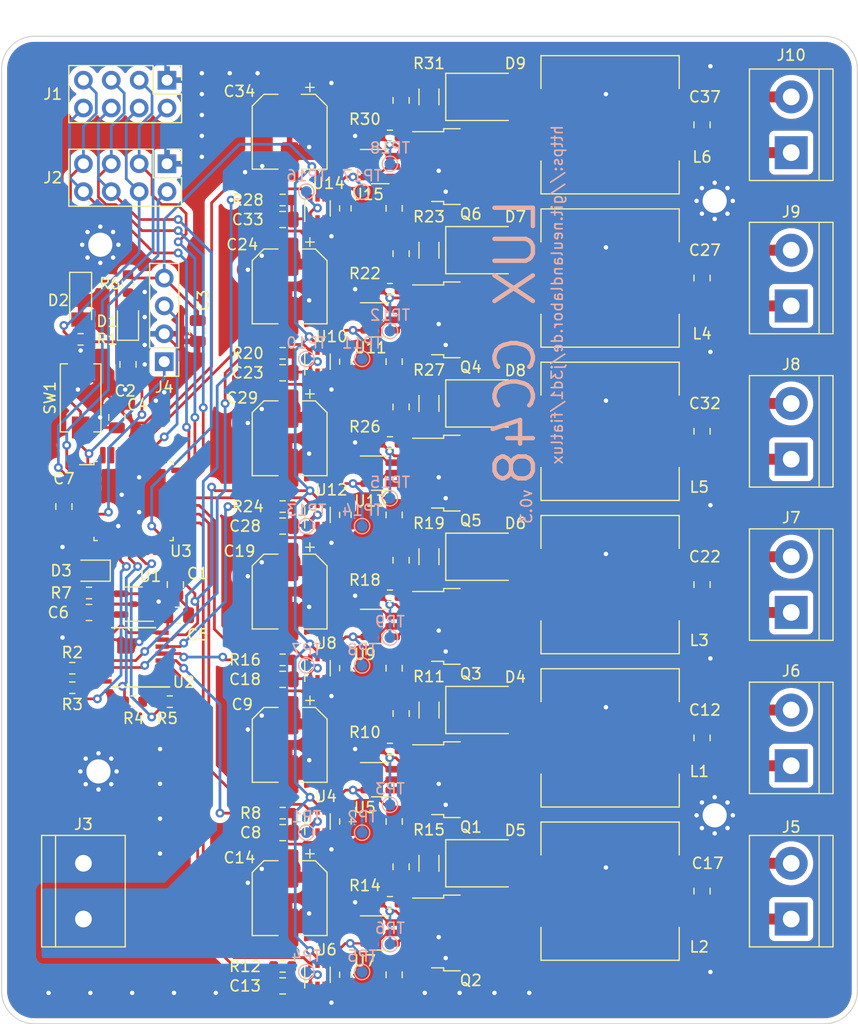
<source format=kicad_pcb>
(kicad_pcb (version 20211014) (generator pcbnew)

  (general
    (thickness 1.6)
  )

  (paper "A4")
  (layers
    (0 "F.Cu" signal)
    (31 "B.Cu" signal)
    (32 "B.Adhes" user "B.Adhesive")
    (33 "F.Adhes" user "F.Adhesive")
    (34 "B.Paste" user)
    (35 "F.Paste" user)
    (36 "B.SilkS" user "B.Silkscreen")
    (37 "F.SilkS" user "F.Silkscreen")
    (38 "B.Mask" user)
    (39 "F.Mask" user)
    (40 "Dwgs.User" user "User.Drawings")
    (41 "Cmts.User" user "User.Comments")
    (42 "Eco1.User" user "User.Eco1")
    (43 "Eco2.User" user "User.Eco2")
    (44 "Edge.Cuts" user)
    (45 "Margin" user)
    (46 "B.CrtYd" user "B.Courtyard")
    (47 "F.CrtYd" user "F.Courtyard")
    (48 "B.Fab" user)
    (49 "F.Fab" user)
    (50 "User.1" user "Nutzer.1")
    (51 "User.2" user "Nutzer.2")
    (52 "User.3" user "Nutzer.3")
    (53 "User.4" user "Nutzer.4")
    (54 "User.5" user "Nutzer.5")
    (55 "User.6" user "Nutzer.6")
    (56 "User.7" user "Nutzer.7")
    (57 "User.8" user "Nutzer.8")
    (58 "User.9" user "Nutzer.9")
  )

  (setup
    (stackup
      (layer "F.SilkS" (type "Top Silk Screen"))
      (layer "F.Paste" (type "Top Solder Paste"))
      (layer "F.Mask" (type "Top Solder Mask") (thickness 0.01))
      (layer "F.Cu" (type "copper") (thickness 0.035))
      (layer "dielectric 1" (type "core") (thickness 1.51) (material "FR4") (epsilon_r 4.5) (loss_tangent 0.02))
      (layer "B.Cu" (type "copper") (thickness 0.035))
      (layer "B.Mask" (type "Bottom Solder Mask") (thickness 0.01))
      (layer "B.Paste" (type "Bottom Solder Paste"))
      (layer "B.SilkS" (type "Bottom Silk Screen"))
      (copper_finish "None")
      (dielectric_constraints no)
    )
    (pad_to_mask_clearance 0)
    (grid_origin 167.894 27.686)
    (pcbplotparams
      (layerselection 0x00010fc_ffffffff)
      (disableapertmacros false)
      (usegerberextensions false)
      (usegerberattributes true)
      (usegerberadvancedattributes true)
      (creategerberjobfile true)
      (svguseinch false)
      (svgprecision 6)
      (excludeedgelayer true)
      (plotframeref false)
      (viasonmask false)
      (mode 1)
      (useauxorigin false)
      (hpglpennumber 1)
      (hpglpenspeed 20)
      (hpglpendiameter 15.000000)
      (dxfpolygonmode true)
      (dxfimperialunits true)
      (dxfusepcbnewfont true)
      (psnegative false)
      (psa4output false)
      (plotreference true)
      (plotvalue true)
      (plotinvisibletext false)
      (sketchpadsonfab false)
      (subtractmaskfromsilk false)
      (outputformat 1)
      (mirror false)
      (drillshape 1)
      (scaleselection 1)
      (outputdirectory "")
    )
  )

  (net 0 "")
  (net 1 "+3V3")
  (net 2 "GND")
  (net 3 "~{BUSRST}")
  (net 4 "Net-(C5-Pad1)")
  (net 5 "Net-(C7-Pad1)")
  (net 6 "/fiatlux_cc48_channel_driver2/DRI_DIM")
  (net 7 "+48V")
  (net 8 "/fiatlux_cc48_channel_driver2/DRI_VCC")
  (net 9 "/fiatlux_cc48_channel_driver2/DRI_COM")
  (net 10 "/fiatlux_cc48_channel_driver2/OUT+")
  (net 11 "/fiatlux_cc48_channel_driver2/OUT-")
  (net 12 "/fiatlux_cc48_channel_driver1/DRI_DIM")
  (net 13 "/fiatlux_cc48_channel_driver1/DRI_VCC")
  (net 14 "/fiatlux_cc48_channel_driver1/DRI_COM")
  (net 15 "/fiatlux_cc48_channel_driver1/OUT+")
  (net 16 "/fiatlux_cc48_channel_driver1/OUT-")
  (net 17 "/fiatlux_cc48_channel_driver3/DRI_DIM")
  (net 18 "/fiatlux_cc48_channel_driver3/DRI_VCC")
  (net 19 "/fiatlux_cc48_channel_driver3/DRI_COM")
  (net 20 "/fiatlux_cc48_channel_driver3/OUT+")
  (net 21 "/fiatlux_cc48_channel_driver3/OUT-")
  (net 22 "/fiatlux_cc48_channel_driver5/DRI_DIM")
  (net 23 "/fiatlux_cc48_channel_driver5/DRI_VCC")
  (net 24 "/fiatlux_cc48_channel_driver5/DRI_COM")
  (net 25 "/fiatlux_cc48_channel_driver5/OUT+")
  (net 26 "/fiatlux_cc48_channel_driver5/OUT-")
  (net 27 "Net-(D1-Pad2)")
  (net 28 "ACT_LED")
  (net 29 "Net-(D3-Pad2)")
  (net 30 "/fiatlux_cc48_channel_driver4/DRI_DIM")
  (net 31 "/fiatlux_cc48_channel_driver4/DRI_VCC")
  (net 32 "/fiatlux_cc48_channel_driver4/DRI_COM")
  (net 33 "/fiatlux_cc48_channel_driver4/OUT+")
  (net 34 "/fiatlux_cc48_channel_driver4/OUT-")
  (net 35 "SWIM")
  (net 36 "/fiatlux_cc48_channel_driver6/DRI_DIM")
  (net 37 "/fiatlux_cc48_channel_driver6/DRI_VCC")
  (net 38 "/fiatlux_cc48_channel_driver6/DRI_COM")
  (net 39 "/fiatlux_cc48_channel_driver6/OUT+")
  (net 40 "/fiatlux_cc48_channel_driver6/OUT-")
  (net 41 "/fiatlux_cc48_channel_driver2/DRI_SOURCE")
  (net 42 "/fiatlux_cc48_channel_driver1/DRI_SOURCE")
  (net 43 "/fiatlux_cc48_channel_driver3/DRI_SOURCE")
  (net 44 "DAC_SYNC")
  (net 45 "Net-(R2-Pad2)")
  (net 46 "SCLK")
  (net 47 "Net-(R3-Pad2)")
  (net 48 "MOSI")
  (net 49 "Net-(R4-Pad2)")
  (net 50 "MISO")
  (net 51 "Net-(R5-Pad2)")
  (net 52 "CH2_DIM")
  (net 53 "Net-(R9-Pad1)")
  (net 54 "CH1_DIM")
  (net 55 "CH3_DIM")
  (net 56 "CH5_DIM")
  (net 57 "CH4_DIM")
  (net 58 "Net-(R21-Pad1)")
  (net 59 "CH6_DIM")
  (net 60 "unconnected-(U1-Pad1)")
  (net 61 "unconnected-(U2-Pad11)")
  (net 62 "unconnected-(U2-Pad12)")
  (net 63 "INIT_{IN}")
  (net 64 "~{INT}")
  (net 65 "INIT_{OUT}")
  (net 66 "unconnected-(U3-Pad9)")
  (net 67 "SW_SCLK")
  (net 68 "SW_MOSI")
  (net 69 "SW_MISO")
  (net 70 "unconnected-(U3-Pad17)")
  (net 71 "CH1_PWM")
  (net 72 "CH2_PWM")
  (net 73 "CH3_PWM")
  (net 74 "CH4_PWM")
  (net 75 "unconnected-(U3-Pad25)")
  (net 76 "unconnected-(U3-Pad27)")
  (net 77 "CH6_PWM")
  (net 78 "CH5_PWM")
  (net 79 "unconnected-(U3-Pad32)")
  (net 80 "/fiatlux_cc48_channel_driver5/DRI_SOURCE")
  (net 81 "/fiatlux_cc48_channel_driver4/DRI_SOURCE")
  (net 82 "/fiatlux_cc48_channel_driver6/DRI_SOURCE")
  (net 83 "/fiatlux_cc48_channel_driver2/DRI_GATE")
  (net 84 "/fiatlux_cc48_channel_driver1/DRI_GATE")
  (net 85 "/fiatlux_cc48_channel_driver3/DRI_GATE")
  (net 86 "/fiatlux_cc48_channel_driver5/DRI_GATE")
  (net 87 "/fiatlux_cc48_channel_driver4/DRI_GATE")
  (net 88 "/fiatlux_cc48_channel_driver6/DRI_GATE")
  (net 89 "unconnected-(U3-Pad30)")
  (net 90 "unconnected-(U3-Pad31)")
  (net 91 "unconnected-(U3-Pad14)")
  (net 92 "unconnected-(U3-Pad15)")
  (net 93 "unconnected-(U3-Pad7)")
  (net 94 "Net-(Q1-Pad1)")
  (net 95 "Net-(Q2-Pad1)")
  (net 96 "Net-(Q3-Pad1)")
  (net 97 "Net-(Q4-Pad1)")
  (net 98 "Net-(Q5-Pad1)")
  (net 99 "Net-(Q6-Pad1)")
  (net 100 "Net-(R13-Pad1)")
  (net 101 "Net-(R17-Pad1)")
  (net 102 "Net-(R25-Pad1)")
  (net 103 "Net-(R29-Pad1)")

  (footprint "Inductor_SMD:L_12x12mm_H8mm" (layer "F.Cu") (at 213.36 73.66 180))

  (footprint "TerminalBlock:TerminalBlock_bornier-2_P5.08mm" (layer "F.Cu") (at 229.87 90.17 90))

  (footprint "Capacitor_SMD:C_0805_2012Metric" (layer "F.Cu") (at 183.515 110.236 180))

  (footprint "Capacitor_SMD:C_0805_2012Metric" (layer "F.Cu") (at 221.742 87.63 -90))

  (footprint "TerminalBlock:TerminalBlock_bornier-2_P5.08mm" (layer "F.Cu") (at 229.87 76.2 90))

  (footprint "MountingHole:MountingHole_2.2mm_M2_Pad_Via" (layer "F.Cu") (at 222.894 38.686))

  (footprint "Resistor_SMD:R_1206_3216Metric" (layer "F.Cu") (at 196.85 99.06 90))

  (footprint "Diode_SMD:D_SMB" (layer "F.Cu") (at 201.93 57.15))

  (footprint "Connector_PinHeader_2.54mm:PinHeader_1x04_P2.54mm_Vertical" (layer "F.Cu") (at 172.72 53.34 180))

  (footprint "Capacitor_SMD:CP_Elec_6.3x4.5" (layer "F.Cu") (at 184.15 60.325 -90))

  (footprint "Connector_PinHeader_2.54mm:PinHeader_2x04_P2.54mm_Vertical" (layer "F.Cu") (at 172.974 35.306 -90))

  (footprint "Package_TO_SOT_SMD:SOT-23-6" (layer "F.Cu") (at 192.405 63.5))

  (footprint "Capacitor_SMD:C_0805_2012Metric" (layer "F.Cu") (at 193.675 67.31 -90))

  (footprint "Package_TO_SOT_SMD:SOT-363_SC-70-6" (layer "F.Cu") (at 186.69 81.28 90))

  (footprint "Capacitor_SMD:C_0805_2012Metric" (layer "F.Cu") (at 193.675 109.22 -90))

  (footprint "Package_TO_SOT_SMD:TO-252-2" (layer "F.Cu") (at 200.6655 91.44))

  (footprint "Connector_PinHeader_2.54mm:PinHeader_2x04_P2.54mm_Vertical" (layer "F.Cu") (at 172.974 27.686 -90))

  (footprint "Package_TO_SOT_SMD:TO-252-2" (layer "F.Cu") (at 200.66 77.47))

  (footprint "Resistor_SMD:R_0603_1608Metric" (layer "F.Cu") (at 183.515 80.518))

  (footprint "Diode_SMD:D_SMB" (layer "F.Cu") (at 201.93 29.21))

  (footprint "TerminalBlock:TerminalBlock_bornier-2_P5.08mm" (layer "F.Cu") (at 165.354 99.06 -90))

  (footprint "Diode_SMD:D_SMB" (layer "F.Cu") (at 201.93 99.06))

  (footprint "Diode_SMD:D_SMB" (layer "F.Cu") (at 201.93 43.18))

  (footprint "Capacitor_SMD:C_0805_2012Metric" (layer "F.Cu") (at 193.6805 95.25 -90))

  (footprint "MountingHole:MountingHole_2.2mm_M2_Pad_Via" (layer "F.Cu") (at 166.727274 90.686))

  (footprint "Inductor_SMD:L_12x12mm_H8mm" (layer "F.Cu") (at 213.36 45.72 180))

  (footprint "Diode_SMD:D_SMB" (layer "F.Cu") (at 201.9355 85.09))

  (footprint "Capacitor_SMD:CP_Elec_6.3x4.5" (layer "F.Cu") (at 184.15 46.482 -90))

  (footprint "MountingHole:MountingHole_2.2mm_M2_Pad_Via" (layer "F.Cu") (at 166.894 42.686))

  (footprint "Package_TO_SOT_SMD:SOT-23-6" (layer "F.Cu") (at 192.405 35.56))

  (footprint "Capacitor_SMD:C_0805_2012Metric" (layer "F.Cu") (at 221.742 31.75 -90))

  (footprint "Resistor_SMD:R_0603_1608Metric" (layer "F.Cu") (at 189.23 81.28 -90))

  (footprint "Resistor_SMD:R_0603_1608Metric" (layer "F.Cu") (at 164.338 81.28))

  (footprint "LED_SMD:LED_0805_2012Metric" (layer "F.Cu") (at 169.418 49.7055 90))

  (footprint "Capacitor_SMD:C_0805_2012Metric" (layer "F.Cu") (at 173.736 73.66 -90))

  (footprint "Capacitor_SMD:C_0805_2012Metric" (layer "F.Cu") (at 194.31 29.53 90))

  (footprint "Capacitor_SMD:C_0805_2012Metric" (layer "F.Cu") (at 183.5205 96.266 180))

  (footprint "Inductor_SMD:L_12x12mm_H8mm" (layer "F.Cu") (at 213.36 101.6 180))

  (footprint "Capacitor_SMD:C_0805_2012Metric" (layer "F.Cu") (at 183.515 68.326 180))

  (footprint "Package_QFP:LQFP-32_7x7mm_P0.8mm" (layer "F.Cu") (at 169.926 66.04))

  (footprint "Resistor_SMD:R_1206_3216Metric" (layer "F.Cu") (at 196.85 57.15 90))

  (footprint "Package_TO_SOT_SMD:SOT-23-6" (layer "F.Cu") (at 192.405 49.53))

  (footprint "Package_TO_SOT_SMD:SOT-23-6" (layer "F.Cu") (at 192.4105 91.44))

  (footprint "Inductor_SMD:L_12x12mm_H8mm" (layer "F.Cu")
    (tedit 6206BD2E) (tstamp 602b3587-3f68-4828-86a6-789ba804bc1b)
    (at 213.36 59.69 180)
    (descr "Choke, SMD, 12x12mm 8mm height")
    (tags "Choke SMD")
    (property "Sheetfile" "fiatlux_cc48_channel_driver.kicad_sch")
    (property "Sheetname" "fiatlux_cc48_channel_driver4")
    (path "/a5f417c9-09b7-4103-a9bc-767ebcf97650/c4a8317f-0ec5-42b5-bb36-e799c3b9465f")
    (attr smd)
    (fp_text reference "L5" (at -8.128 -5.08) (layer "F.SilkS")
      (effects (font (size 1 1) (thickness 0.15)))
      (tstamp 19727aed-7f49-43b9-8986-2fec161759b1)
    )
    (fp_text value "680µ" (at 0 7.6) (layer "F.Fab")
      (effects (font (size 1 1) (thickness 0.15)))
      (tstamp 8d1568fe-a191-4f7b-b035-05b473cb4eb3)
    )
    (fp_text user "${REFERENCE}" (at 0 0) (layer "F.Fab")
      (effects (font (size 1 1) (thickness 0.15)))
      (tstamp fedb4436-c043-470c-be08-17de472fb5bc)
    )
    (fp_circle (center 0 0) (end 0.9 0) (layer "F.Adhes") (width 0.38) (fill none) (tstamp 0c6a75d3-63cc-430c-93fc-0f3323f0d0c7))
    (fp_circle (center 0 0) (end 0.55 0) (layer "F.Adhes") (width 0.38) (fill none) (tstamp 3afe8fc9-89df-4e84-a82d-b36523dc5d06))
    (fp_circle (center 0 0) (end 0.15 0.15) (layer "F.Adhes") (width 0.38) (fill none) (tstamp e160507b-5ddb-48e8-b95e-03a05409b532))
    (fp_line (start 6.3 3.3) (end 6.3 6.3) (layer "F.SilkS") (width 0.12) (tstamp 308d688c-e960-48e7-a8bb-f9a309a9bcf7))
    (fp_line (start -6.3 -3.3) (end -6.3 -6.3) (layer "F.SilkS") (width 0.12) (tstamp 46ca3496-e42a-4845-a558-dedc763e5de4))
    (fp_line (start -6.3 6.3) (end -6.3 3.3) (layer "F.SilkS") (width 0.12) (tstamp 64ed65f3-3be1-4ffe-972c-70320d3857b8))
    (fp_line (start 6.3 -6.3) (end 6.3 -3.3) (layer "F.SilkS") (width 0.12) (tstamp 78bfb136-65f4-4b07-a2a9-3c66cf80b3ef))
    (fp_line (start 6.3 6.3) (end -6.3 6.3) (layer "F.SilkS") (width 0.12) (tstamp 7e263741-8b17-46c8-8594-fa7aeb4ac116))
    (fp_line (start -6.3 -6.3) (end 6.3 -6.3) (layer "F.SilkS") (width 0.12) (tstamp 94c6031d-b390-4c21-bf20-88d012d93eaf))
    (fp_line (start -6.86 -6.6) (end 6.86 -6.6) (layer "F.CrtYd") (width 0.05) (tstamp 4a5e72ce-ead9-44b3-8eab-e1688f743375))
    (fp_line (start 6.86 6.6) (end -6.86 6.6) (layer "F.CrtYd") (width 0.05) (tstamp 6b67aa07-cd71-4b9f-9975-61598aa83496))
    (fp_line (start -6.86 6.6) (end -6.86 -6.6) (layer "F.CrtYd") (width 0.05) (tstamp 95524051-5c7d-49f1-90a1-f7763270f211))
    (fp_line (start 6.86 -6.6) (end 6.86 6.6) (layer "F.CrtYd") (width 0.05) (tstamp fe629d64-6d74-4b68-8111-e4b83a7d7a0c))
    (fp_line (start 6.2 -6.2) (end 6.2 -3.3) (layer "F.Fab") (width 0.1) (tstamp 015f2216-997c-4c7c-94a7-d9675a4f866a))
    (fp_line (start 2.4 5) (end 1.6 5.3) (layer "F.Fab") (width 0.1) (tstamp 050df722-7d90-4bd3-9cad-1ff23c662bd7))
    (fp_line (start 4.8 4.6) (end 4.5 5) (layer "F.Fab") (width 0.1) (tstamp 0bef05d6-3a3c-432c-9be8-a1311ce27a9d))
    (fp_line (start 4.2 -5.1) (end 3.9 -5.1) (layer "F.Fab") (width 0.1) (tstamp 0f7b1d22-eb1b-45f4-9559-9347cd3128f3))
    (fp_line (start -0.6 5.5) (end -1.5 5.3) (layer "F.Fab") (width 0.1) (tstamp 112547b6-4530-4298-8a52-10e0f9abfebd))
    (fp_line (start -0.8 -5.5) (end -1.7 -5.3) (layer "F.Fab") (width 0.1) (tstamp 14b3e645-fc4a-4b4f-b045-6331f8df9894))
    (fp_line (start 5 3.4) (end 5.1 3.8) (layer "F.Fab") (width 0.1) (tstamp 1d6ba148-afde-4aef-acfc-fb7f605b2226))
    (fp_line (start 3.9 -5.1) (end 3.6 -5) (layer "F.Fab") (width 0.1) (tstamp 1f89fcaa-7e37-421b-98b4-65cbeb60dad5))
    (fp_line (start 5 -4.3) (end 4.8 -4.7) (layer "F.Fab") (width 0.1) (tstamp 2c154c96-9162-4a0c-88b6-48f0312a51a5))
    (fp_line (start -4.9 -4.5) (end -5.1 -4) (layer "F.Fab") (width 0.1) (tstamp 2c38bc95-61a7-49e1-8efa-9a6a895659a2))
    (fp_line (start 0 -5.6) (end -0.8 -5.5) (layer "F.Fab") (width 0.1) (tstamp 2cb01b03-123c-4b4a-b3b7-64ac8de4877b))
    (fp_line (start -1.7 -5.3) (end -2.6 -4.9) (layer "F.Fab") (width 0.1) (tstamp 2cf6a90c-d963-4fc1-9dfd-28f5547e5ba5))
    (fp_line (start -4.6 -4.8) (end -4.9 -4.5) (layer "F.Fab") (width 0.1) (tstamp 2e5dae1f-76cb-4c37-85a0-30b2c21af63f))
    (fp_line (start -2.6 4.9) (end -3 4.7) (layer "F.Fab") (width 0.1) (tstamp 3303e69c-e4e2-46c0-9896-dc41b24a0ad6))
    (fp_line (start 4.5 -4.9) (end 4.2 -5.1) (layer "F.Fab") (width 0.1) (tstamp 35a4e314-303c-4571-9f62-017ae211792f))
    (fp_line (start -5 -3.5) (end -4.8 -3.2) (
... [1144959 chars truncated]
</source>
